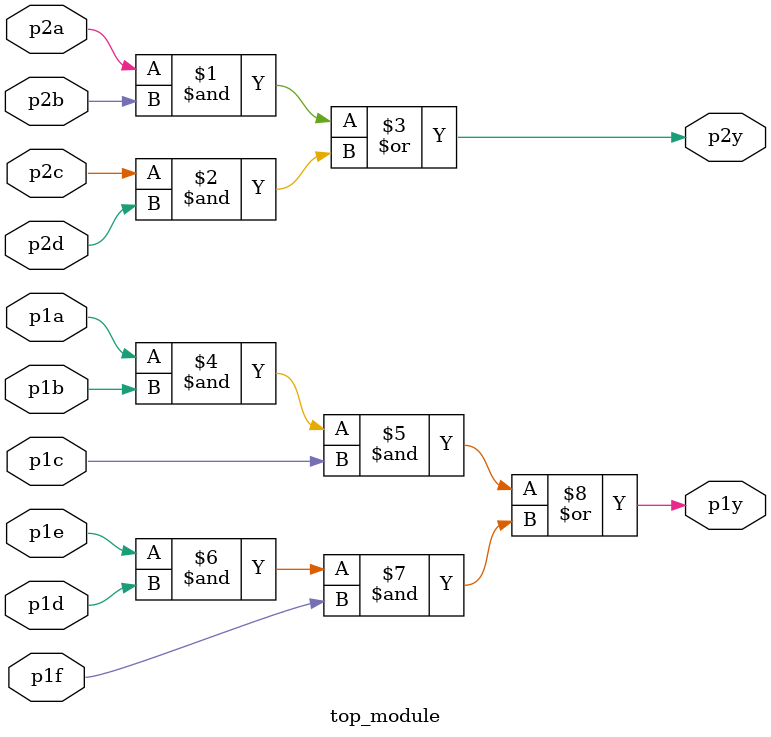
<source format=v>
module top_module ( 
    input p1a, p1b, p1c, p1d, p1e, p1f,
    output p1y,
    input p2a, p2b, p2c, p2d,
    output p2y );
    
    assign p2y = (p2a&p2b) |(p2c&p2d);
    assign p1y = (p1a&p1b&p1c) |(p1e&p1d&p1f);
	
endmodule

</source>
